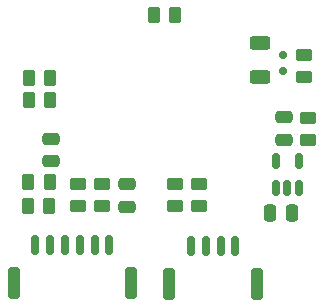
<source format=gbr>
%TF.GenerationSoftware,KiCad,Pcbnew,8.0.6+1*%
%TF.CreationDate,2024-11-07T23:00:44+00:00*%
%TF.ProjectId,TFGPSLITE02,54464750-534c-4495-9445-30322e6b6963,rev?*%
%TF.SameCoordinates,Original*%
%TF.FileFunction,Paste,Bot*%
%TF.FilePolarity,Positive*%
%FSLAX46Y46*%
G04 Gerber Fmt 4.6, Leading zero omitted, Abs format (unit mm)*
G04 Created by KiCad (PCBNEW 8.0.6+1) date 2024-11-07 23:00:44*
%MOMM*%
%LPD*%
G01*
G04 APERTURE LIST*
G04 Aperture macros list*
%AMRoundRect*
0 Rectangle with rounded corners*
0 $1 Rounding radius*
0 $2 $3 $4 $5 $6 $7 $8 $9 X,Y pos of 4 corners*
0 Add a 4 corners polygon primitive as box body*
4,1,4,$2,$3,$4,$5,$6,$7,$8,$9,$2,$3,0*
0 Add four circle primitives for the rounded corners*
1,1,$1+$1,$2,$3*
1,1,$1+$1,$4,$5*
1,1,$1+$1,$6,$7*
1,1,$1+$1,$8,$9*
0 Add four rect primitives between the rounded corners*
20,1,$1+$1,$2,$3,$4,$5,0*
20,1,$1+$1,$4,$5,$6,$7,0*
20,1,$1+$1,$6,$7,$8,$9,0*
20,1,$1+$1,$8,$9,$2,$3,0*%
G04 Aperture macros list end*
%ADD10RoundRect,0.250000X-0.450000X0.262500X-0.450000X-0.262500X0.450000X-0.262500X0.450000X0.262500X0*%
%ADD11RoundRect,0.250000X-0.475000X0.250000X-0.475000X-0.250000X0.475000X-0.250000X0.475000X0.250000X0*%
%ADD12RoundRect,0.250000X0.450000X-0.262500X0.450000X0.262500X-0.450000X0.262500X-0.450000X-0.262500X0*%
%ADD13RoundRect,0.250000X-0.262500X-0.450000X0.262500X-0.450000X0.262500X0.450000X-0.262500X0.450000X0*%
%ADD14RoundRect,0.150000X0.150000X-0.512500X0.150000X0.512500X-0.150000X0.512500X-0.150000X-0.512500X0*%
%ADD15RoundRect,0.250000X0.475000X-0.250000X0.475000X0.250000X-0.475000X0.250000X-0.475000X-0.250000X0*%
%ADD16RoundRect,0.250000X0.262500X0.450000X-0.262500X0.450000X-0.262500X-0.450000X0.262500X-0.450000X0*%
%ADD17RoundRect,0.150000X-0.200000X0.150000X-0.200000X-0.150000X0.200000X-0.150000X0.200000X0.150000X0*%
%ADD18RoundRect,0.250000X-0.250000X-0.475000X0.250000X-0.475000X0.250000X0.475000X-0.250000X0.475000X0*%
%ADD19RoundRect,0.150000X0.150000X0.700000X-0.150000X0.700000X-0.150000X-0.700000X0.150000X-0.700000X0*%
%ADD20RoundRect,0.250000X0.250000X1.100000X-0.250000X1.100000X-0.250000X-1.100000X0.250000X-1.100000X0*%
%ADD21RoundRect,0.250000X0.625000X-0.312500X0.625000X0.312500X-0.625000X0.312500X-0.625000X-0.312500X0*%
G04 APERTURE END LIST*
D10*
%TO.C,R2*%
X129610000Y-115067500D03*
X129610000Y-116892500D03*
%TD*%
D11*
%TO.C,C5*%
X133740000Y-115040000D03*
X133740000Y-116940000D03*
%TD*%
D12*
%TO.C,R9*%
X139840000Y-116880000D03*
X139840000Y-115055000D03*
%TD*%
D13*
%TO.C,R6*%
X125447500Y-107940000D03*
X127272500Y-107940000D03*
%TD*%
%TO.C,R5*%
X125437500Y-106030000D03*
X127262500Y-106030000D03*
%TD*%
D10*
%TO.C,R3*%
X131620000Y-115067500D03*
X131620000Y-116892500D03*
%TD*%
D12*
%TO.C,R1*%
X148740000Y-105942500D03*
X148740000Y-104117500D03*
%TD*%
D14*
%TO.C,U1*%
X148302500Y-115342500D03*
X147352500Y-115342500D03*
X146402500Y-115342500D03*
X146402500Y-113067500D03*
X148302500Y-113067500D03*
%TD*%
D15*
%TO.C,C1*%
X127350000Y-113100000D03*
X127350000Y-111200000D03*
%TD*%
D12*
%TO.C,R10*%
X137810000Y-116885000D03*
X137810000Y-115060000D03*
%TD*%
D16*
%TO.C,R7*%
X127192500Y-116870000D03*
X125367500Y-116870000D03*
%TD*%
%TO.C,R4*%
X137842500Y-100740000D03*
X136017500Y-100740000D03*
%TD*%
D15*
%TO.C,C4*%
X147070000Y-111295000D03*
X147070000Y-109395000D03*
%TD*%
D17*
%TO.C,D1*%
X146950000Y-105470000D03*
X146950000Y-104070000D03*
%TD*%
D18*
%TO.C,C3*%
X145872500Y-117465000D03*
X147772500Y-117465000D03*
%TD*%
D19*
%TO.C,J1*%
X132265000Y-120230000D03*
X131015000Y-120230000D03*
X129765000Y-120230000D03*
X128515000Y-120230000D03*
X127265000Y-120230000D03*
X126015000Y-120230000D03*
D20*
X134115000Y-123430000D03*
X124165000Y-123430000D03*
%TD*%
D16*
%TO.C,R8*%
X127202500Y-114870000D03*
X125377500Y-114870000D03*
%TD*%
D19*
%TO.C,J2*%
X142945000Y-120270000D03*
X141695000Y-120270000D03*
X140445000Y-120270000D03*
X139195000Y-120270000D03*
D20*
X144795000Y-123470000D03*
X137345000Y-123470000D03*
%TD*%
D21*
%TO.C,C2*%
X145050000Y-105982500D03*
X145050000Y-103057500D03*
%TD*%
D12*
%TO.C,R11*%
X149090000Y-111277500D03*
X149090000Y-109452500D03*
%TD*%
M02*

</source>
